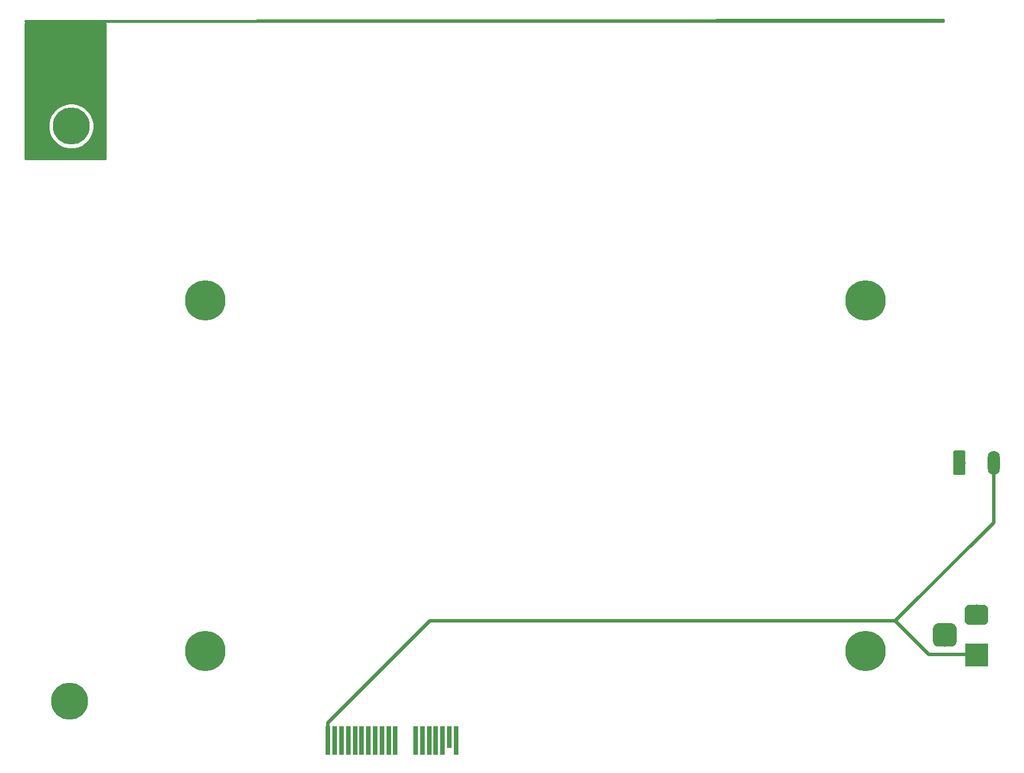
<source format=gbr>
G04 #@! TF.GenerationSoftware,KiCad,Pcbnew,(5.1.2)-2*
G04 #@! TF.CreationDate,2019-10-16T00:46:16+08:00*
G04 #@! TF.ProjectId,BrainPower,42726169-6e50-46f7-9765-722e6b696361,rev?*
G04 #@! TF.SameCoordinates,Original*
G04 #@! TF.FileFunction,Copper,L1,Top*
G04 #@! TF.FilePolarity,Positive*
%FSLAX46Y46*%
G04 Gerber Fmt 4.6, Leading zero omitted, Abs format (unit mm)*
G04 Created by KiCad (PCBNEW (5.1.2)-2) date 2019-10-16 00:46:16*
%MOMM*%
%LPD*%
G04 APERTURE LIST*
%ADD10O,1.800000X3.600000*%
%ADD11C,0.100000*%
%ADD12C,1.800000*%
%ADD13C,3.500000*%
%ADD14C,3.000000*%
%ADD15R,3.500000X3.500000*%
%ADD16C,6.000000*%
%ADD17C,5.500000*%
%ADD18R,0.700000X4.200000*%
%ADD19R,0.700000X3.200000*%
%ADD20C,0.254000*%
%ADD21C,0.500000*%
G04 APERTURE END LIST*
D10*
X217805000Y-111125000D03*
D11*
G36*
X213399324Y-109326205D02*
G01*
X213423612Y-109329808D01*
X213447429Y-109335774D01*
X213470547Y-109344045D01*
X213492743Y-109354543D01*
X213513804Y-109367166D01*
X213533525Y-109381793D01*
X213551718Y-109398282D01*
X213568207Y-109416475D01*
X213582834Y-109436196D01*
X213595457Y-109457257D01*
X213605955Y-109479453D01*
X213614226Y-109502571D01*
X213620192Y-109526388D01*
X213623795Y-109550676D01*
X213625000Y-109575200D01*
X213625000Y-112674800D01*
X213623795Y-112699324D01*
X213620192Y-112723612D01*
X213614226Y-112747429D01*
X213605955Y-112770547D01*
X213595457Y-112792743D01*
X213582834Y-112813804D01*
X213568207Y-112833525D01*
X213551718Y-112851718D01*
X213533525Y-112868207D01*
X213513804Y-112882834D01*
X213492743Y-112895457D01*
X213470547Y-112905955D01*
X213447429Y-112914226D01*
X213423612Y-112920192D01*
X213399324Y-112923795D01*
X213374800Y-112925000D01*
X212075200Y-112925000D01*
X212050676Y-112923795D01*
X212026388Y-112920192D01*
X212002571Y-112914226D01*
X211979453Y-112905955D01*
X211957257Y-112895457D01*
X211936196Y-112882834D01*
X211916475Y-112868207D01*
X211898282Y-112851718D01*
X211881793Y-112833525D01*
X211867166Y-112813804D01*
X211854543Y-112792743D01*
X211844045Y-112770547D01*
X211835774Y-112747429D01*
X211829808Y-112723612D01*
X211826205Y-112699324D01*
X211825000Y-112674800D01*
X211825000Y-109575200D01*
X211826205Y-109550676D01*
X211829808Y-109526388D01*
X211835774Y-109502571D01*
X211844045Y-109479453D01*
X211854543Y-109457257D01*
X211867166Y-109436196D01*
X211881793Y-109416475D01*
X211898282Y-109398282D01*
X211916475Y-109381793D01*
X211936196Y-109367166D01*
X211957257Y-109354543D01*
X211979453Y-109344045D01*
X212002571Y-109335774D01*
X212026388Y-109329808D01*
X212050676Y-109326205D01*
X212075200Y-109325000D01*
X213374800Y-109325000D01*
X213399324Y-109326205D01*
X213399324Y-109326205D01*
G37*
D12*
X212725000Y-111125000D03*
D11*
G36*
X211525765Y-134954213D02*
G01*
X211610704Y-134966813D01*
X211693999Y-134987677D01*
X211774848Y-135016605D01*
X211852472Y-135053319D01*
X211926124Y-135097464D01*
X211995094Y-135148616D01*
X212058718Y-135206282D01*
X212116384Y-135269906D01*
X212167536Y-135338876D01*
X212211681Y-135412528D01*
X212248395Y-135490152D01*
X212277323Y-135571001D01*
X212298187Y-135654296D01*
X212310787Y-135739235D01*
X212315000Y-135825000D01*
X212315000Y-137575000D01*
X212310787Y-137660765D01*
X212298187Y-137745704D01*
X212277323Y-137828999D01*
X212248395Y-137909848D01*
X212211681Y-137987472D01*
X212167536Y-138061124D01*
X212116384Y-138130094D01*
X212058718Y-138193718D01*
X211995094Y-138251384D01*
X211926124Y-138302536D01*
X211852472Y-138346681D01*
X211774848Y-138383395D01*
X211693999Y-138412323D01*
X211610704Y-138433187D01*
X211525765Y-138445787D01*
X211440000Y-138450000D01*
X209690000Y-138450000D01*
X209604235Y-138445787D01*
X209519296Y-138433187D01*
X209436001Y-138412323D01*
X209355152Y-138383395D01*
X209277528Y-138346681D01*
X209203876Y-138302536D01*
X209134906Y-138251384D01*
X209071282Y-138193718D01*
X209013616Y-138130094D01*
X208962464Y-138061124D01*
X208918319Y-137987472D01*
X208881605Y-137909848D01*
X208852677Y-137828999D01*
X208831813Y-137745704D01*
X208819213Y-137660765D01*
X208815000Y-137575000D01*
X208815000Y-135825000D01*
X208819213Y-135739235D01*
X208831813Y-135654296D01*
X208852677Y-135571001D01*
X208881605Y-135490152D01*
X208918319Y-135412528D01*
X208962464Y-135338876D01*
X209013616Y-135269906D01*
X209071282Y-135206282D01*
X209134906Y-135148616D01*
X209203876Y-135097464D01*
X209277528Y-135053319D01*
X209355152Y-135016605D01*
X209436001Y-134987677D01*
X209519296Y-134966813D01*
X209604235Y-134954213D01*
X209690000Y-134950000D01*
X211440000Y-134950000D01*
X211525765Y-134954213D01*
X211525765Y-134954213D01*
G37*
D13*
X210565000Y-136700000D03*
D11*
G36*
X216338513Y-132203611D02*
G01*
X216411318Y-132214411D01*
X216482714Y-132232295D01*
X216552013Y-132257090D01*
X216618548Y-132288559D01*
X216681678Y-132326398D01*
X216740795Y-132370242D01*
X216795330Y-132419670D01*
X216844758Y-132474205D01*
X216888602Y-132533322D01*
X216926441Y-132596452D01*
X216957910Y-132662987D01*
X216982705Y-132732286D01*
X217000589Y-132803682D01*
X217011389Y-132876487D01*
X217015000Y-132950000D01*
X217015000Y-134450000D01*
X217011389Y-134523513D01*
X217000589Y-134596318D01*
X216982705Y-134667714D01*
X216957910Y-134737013D01*
X216926441Y-134803548D01*
X216888602Y-134866678D01*
X216844758Y-134925795D01*
X216795330Y-134980330D01*
X216740795Y-135029758D01*
X216681678Y-135073602D01*
X216618548Y-135111441D01*
X216552013Y-135142910D01*
X216482714Y-135167705D01*
X216411318Y-135185589D01*
X216338513Y-135196389D01*
X216265000Y-135200000D01*
X214265000Y-135200000D01*
X214191487Y-135196389D01*
X214118682Y-135185589D01*
X214047286Y-135167705D01*
X213977987Y-135142910D01*
X213911452Y-135111441D01*
X213848322Y-135073602D01*
X213789205Y-135029758D01*
X213734670Y-134980330D01*
X213685242Y-134925795D01*
X213641398Y-134866678D01*
X213603559Y-134803548D01*
X213572090Y-134737013D01*
X213547295Y-134667714D01*
X213529411Y-134596318D01*
X213518611Y-134523513D01*
X213515000Y-134450000D01*
X213515000Y-132950000D01*
X213518611Y-132876487D01*
X213529411Y-132803682D01*
X213547295Y-132732286D01*
X213572090Y-132662987D01*
X213603559Y-132596452D01*
X213641398Y-132533322D01*
X213685242Y-132474205D01*
X213734670Y-132419670D01*
X213789205Y-132370242D01*
X213848322Y-132326398D01*
X213911452Y-132288559D01*
X213977987Y-132257090D01*
X214047286Y-132232295D01*
X214118682Y-132214411D01*
X214191487Y-132203611D01*
X214265000Y-132200000D01*
X216265000Y-132200000D01*
X216338513Y-132203611D01*
X216338513Y-132203611D01*
G37*
D14*
X215265000Y-133700000D03*
D15*
X215265000Y-139700000D03*
D16*
X198783800Y-139055400D03*
X100783800Y-139055400D03*
X198783800Y-87055400D03*
X100783800Y-87055400D03*
D17*
X80822800Y-61137800D03*
X80568800Y-146507200D03*
D18*
X131980000Y-152379600D03*
X134980000Y-152379600D03*
X135980000Y-152379600D03*
X133980000Y-152379600D03*
X137980000Y-152379600D03*
X132980000Y-152379600D03*
X128980000Y-152379600D03*
D19*
X136980000Y-151879600D03*
D18*
X127980000Y-152379600D03*
X124980000Y-152379600D03*
X122980000Y-152379600D03*
X121980000Y-152379600D03*
X125980000Y-152379600D03*
X120980000Y-152379600D03*
X123980000Y-152379600D03*
X126980000Y-152379600D03*
X119980000Y-152379600D03*
X118980000Y-152379600D03*
D20*
X118980000Y-150629600D02*
X118980000Y-152379600D01*
D21*
X118980000Y-149779600D02*
X134139600Y-134620000D01*
X118980000Y-152379600D02*
X118980000Y-149779600D01*
X134139600Y-134620000D02*
X203200000Y-134620000D01*
X208203800Y-139623800D02*
X215417400Y-139623800D01*
X203200000Y-134620000D02*
X208203800Y-139623800D01*
X203200000Y-134620000D02*
X217805000Y-120015000D01*
X217805000Y-120015000D02*
X217805000Y-111125000D01*
D20*
G36*
X210353000Y-45602600D02*
G01*
X74015000Y-45602600D01*
X74015000Y-45413880D01*
X210353000Y-45270439D01*
X210353000Y-45602600D01*
X210353000Y-45602600D01*
G37*
X210353000Y-45602600D02*
X74015000Y-45602600D01*
X74015000Y-45413880D01*
X210353000Y-45270439D01*
X210353000Y-45602600D01*
G36*
X85903000Y-66052600D02*
G01*
X74015000Y-66052600D01*
X74015000Y-60804407D01*
X77437800Y-60804407D01*
X77437800Y-61471193D01*
X77567883Y-62125168D01*
X77823052Y-62741199D01*
X78193498Y-63295612D01*
X78664988Y-63767102D01*
X79219401Y-64137548D01*
X79835432Y-64392717D01*
X80489407Y-64522800D01*
X81156193Y-64522800D01*
X81810168Y-64392717D01*
X82426199Y-64137548D01*
X82980612Y-63767102D01*
X83452102Y-63295612D01*
X83822548Y-62741199D01*
X84077717Y-62125168D01*
X84207800Y-61471193D01*
X84207800Y-60804407D01*
X84077717Y-60150432D01*
X83822548Y-59534401D01*
X83452102Y-58979988D01*
X82980612Y-58508498D01*
X82426199Y-58138052D01*
X81810168Y-57882883D01*
X81156193Y-57752800D01*
X80489407Y-57752800D01*
X79835432Y-57882883D01*
X79219401Y-58138052D01*
X78664988Y-58508498D01*
X78193498Y-58979988D01*
X77823052Y-59534401D01*
X77567883Y-60150432D01*
X77437800Y-60804407D01*
X74015000Y-60804407D01*
X74015000Y-45856600D01*
X85903000Y-45856600D01*
X85903000Y-66052600D01*
X85903000Y-66052600D01*
G37*
X85903000Y-66052600D02*
X74015000Y-66052600D01*
X74015000Y-60804407D01*
X77437800Y-60804407D01*
X77437800Y-61471193D01*
X77567883Y-62125168D01*
X77823052Y-62741199D01*
X78193498Y-63295612D01*
X78664988Y-63767102D01*
X79219401Y-64137548D01*
X79835432Y-64392717D01*
X80489407Y-64522800D01*
X81156193Y-64522800D01*
X81810168Y-64392717D01*
X82426199Y-64137548D01*
X82980612Y-63767102D01*
X83452102Y-63295612D01*
X83822548Y-62741199D01*
X84077717Y-62125168D01*
X84207800Y-61471193D01*
X84207800Y-60804407D01*
X84077717Y-60150432D01*
X83822548Y-59534401D01*
X83452102Y-58979988D01*
X82980612Y-58508498D01*
X82426199Y-58138052D01*
X81810168Y-57882883D01*
X81156193Y-57752800D01*
X80489407Y-57752800D01*
X79835432Y-57882883D01*
X79219401Y-58138052D01*
X78664988Y-58508498D01*
X78193498Y-58979988D01*
X77823052Y-59534401D01*
X77567883Y-60150432D01*
X77437800Y-60804407D01*
X74015000Y-60804407D01*
X74015000Y-45856600D01*
X85903000Y-45856600D01*
X85903000Y-66052600D01*
M02*

</source>
